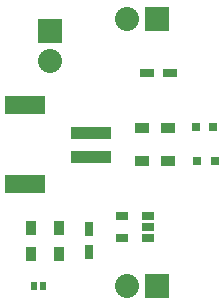
<source format=gbr>
G04 #@! TF.FileFunction,Soldermask,Top*
%FSLAX46Y46*%
G04 Gerber Fmt 4.6, Leading zero omitted, Abs format (unit mm)*
G04 Created by KiCad (PCBNEW no-vcs-found-product) date mar 10 nov 2015 21:49:01 CST*
%MOMM*%
G01*
G04 APERTURE LIST*
%ADD10C,0.100000*%
%ADD11R,0.750000X1.200000*%
%ADD12R,1.200000X0.750000*%
%ADD13R,0.797560X0.797560*%
%ADD14R,2.032000X2.032000*%
%ADD15O,2.032000X2.032000*%
%ADD16R,3.395980X1.498600*%
%ADD17R,3.497580X0.995680*%
%ADD18R,1.200000X0.900000*%
%ADD19R,0.900000X1.200000*%
%ADD20R,0.508000X0.762000*%
%ADD21R,1.060000X0.650000*%
G04 APERTURE END LIST*
D10*
D11*
X134048500Y-115128000D03*
X134048500Y-117028000D03*
D12*
X139004000Y-101854000D03*
X140904000Y-101854000D03*
D13*
X144716500Y-109321600D03*
X143217900Y-109321600D03*
X143116300Y-106476800D03*
X144614900Y-106476800D03*
D14*
X130810000Y-98298000D03*
D15*
X130810000Y-100838000D03*
D14*
X139827000Y-97282000D03*
D15*
X137287000Y-97282000D03*
D16*
X128699260Y-104602280D03*
D17*
X134249160Y-106951780D03*
X134249160Y-108948220D03*
D16*
X128699260Y-111297720D03*
D14*
X139827000Y-119888000D03*
D15*
X137287000Y-119888000D03*
D18*
X138549200Y-109321600D03*
X140749200Y-109321600D03*
X138549200Y-106527600D03*
X140749200Y-106527600D03*
D19*
X131572000Y-115041500D03*
X131572000Y-117241500D03*
X129159000Y-115041500D03*
X129159000Y-117241500D03*
D20*
X130149600Y-119888000D03*
X129438400Y-119888000D03*
D21*
X139085500Y-115885000D03*
X139085500Y-114935000D03*
X139085500Y-113985000D03*
X136885500Y-113985000D03*
X136885500Y-115885000D03*
M02*

</source>
